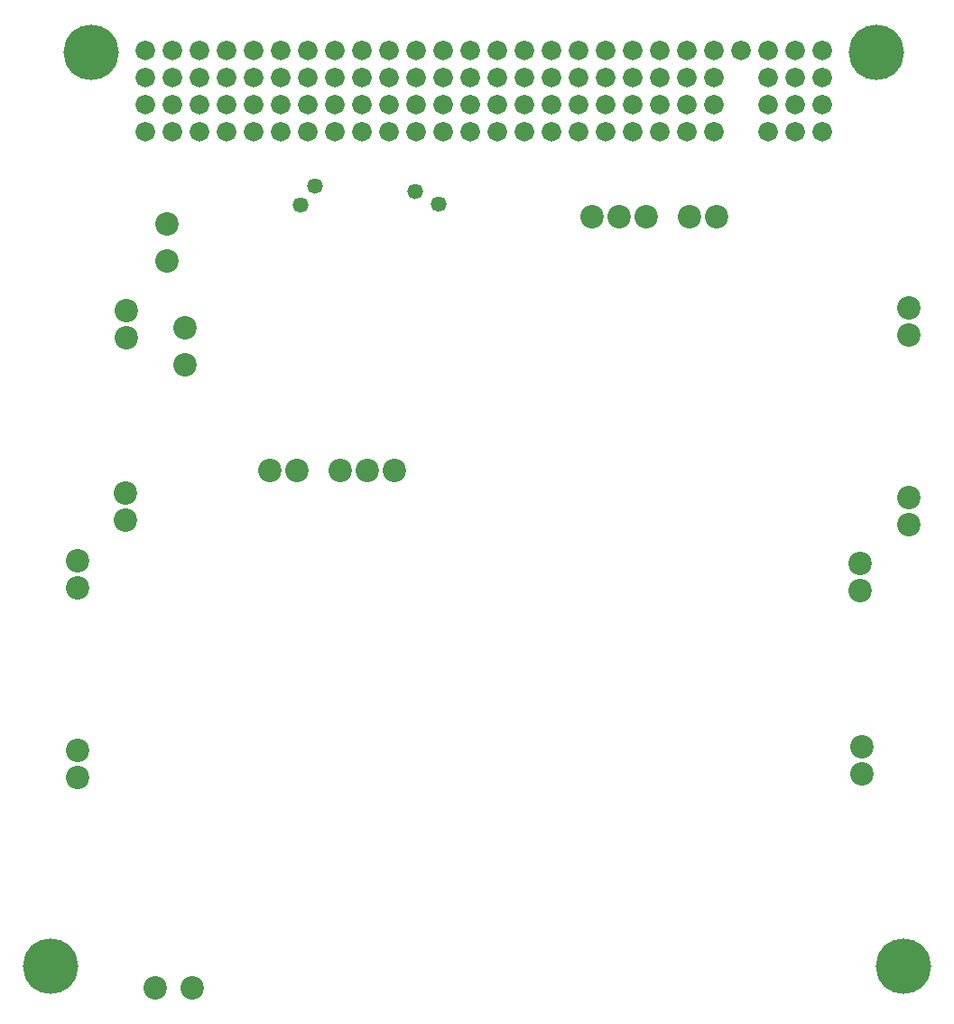
<source format=gbs>
G04 Layer_Color=16711935*
%FSLAX42Y42*%
%MOMM*%
G71*
G01*
G75*
%ADD25C,2.20*%
%ADD26C,1.83*%
%ADD27C,1.47*%
%ADD28C,5.20*%
D25*
X5436Y7572D02*
D03*
X5690D02*
D03*
X5944D02*
D03*
X6350D02*
D03*
X8407Y6721D02*
D03*
Y6467D02*
D03*
Y4943D02*
D03*
Y4689D02*
D03*
X1067Y6441D02*
D03*
X1054Y4727D02*
D03*
Y4981D02*
D03*
X1067Y6695D02*
D03*
X6604Y7572D02*
D03*
X1446Y7507D02*
D03*
Y7157D02*
D03*
X3581Y5199D02*
D03*
X3327D02*
D03*
X3073D02*
D03*
X2667D02*
D03*
X610Y4348D02*
D03*
Y4094D02*
D03*
Y2570D02*
D03*
Y2316D02*
D03*
X7950Y4069D02*
D03*
X7963Y2355D02*
D03*
Y2609D02*
D03*
X7950Y4323D02*
D03*
X2413Y5199D02*
D03*
X1615Y6537D02*
D03*
Y6187D02*
D03*
X1334Y345D02*
D03*
X1684D02*
D03*
D26*
X6830Y9136D02*
D03*
X1750Y8374D02*
D03*
Y8628D02*
D03*
Y8882D02*
D03*
Y9136D02*
D03*
X3782Y8374D02*
D03*
Y8628D02*
D03*
X7592Y8882D02*
D03*
Y9136D02*
D03*
Y8374D02*
D03*
Y8628D02*
D03*
X7338Y8882D02*
D03*
Y9136D02*
D03*
Y8374D02*
D03*
Y8628D02*
D03*
X7084Y8882D02*
D03*
Y9136D02*
D03*
Y8374D02*
D03*
Y8628D02*
D03*
X6576Y8882D02*
D03*
Y9136D02*
D03*
Y8374D02*
D03*
Y8628D02*
D03*
X6322Y8882D02*
D03*
Y9136D02*
D03*
Y8374D02*
D03*
Y8628D02*
D03*
X6068Y8882D02*
D03*
Y9136D02*
D03*
Y8374D02*
D03*
Y8628D02*
D03*
X5814Y8882D02*
D03*
Y9136D02*
D03*
Y8374D02*
D03*
Y8628D02*
D03*
X5560Y8882D02*
D03*
Y9136D02*
D03*
Y8374D02*
D03*
Y8628D02*
D03*
X5306Y8882D02*
D03*
Y9136D02*
D03*
Y8374D02*
D03*
Y8628D02*
D03*
X5052Y8882D02*
D03*
Y9136D02*
D03*
Y8374D02*
D03*
Y8628D02*
D03*
X4798Y8882D02*
D03*
Y9136D02*
D03*
Y8374D02*
D03*
Y8628D02*
D03*
X4544Y8882D02*
D03*
Y9136D02*
D03*
Y8374D02*
D03*
Y8628D02*
D03*
X4290Y8882D02*
D03*
Y9136D02*
D03*
Y8374D02*
D03*
Y8628D02*
D03*
X4036Y8882D02*
D03*
Y9136D02*
D03*
Y8374D02*
D03*
Y8628D02*
D03*
X3782Y8882D02*
D03*
Y9136D02*
D03*
X3528Y8374D02*
D03*
Y8882D02*
D03*
Y9136D02*
D03*
X3274Y8374D02*
D03*
Y8628D02*
D03*
Y8882D02*
D03*
Y9136D02*
D03*
X3020Y8374D02*
D03*
Y8628D02*
D03*
Y8882D02*
D03*
Y9136D02*
D03*
X2766Y8374D02*
D03*
Y8628D02*
D03*
Y8882D02*
D03*
Y9136D02*
D03*
X2512Y8374D02*
D03*
Y8628D02*
D03*
Y8882D02*
D03*
Y9136D02*
D03*
X2258Y8374D02*
D03*
Y8628D02*
D03*
Y8882D02*
D03*
Y9136D02*
D03*
X2004Y8374D02*
D03*
Y8628D02*
D03*
Y8882D02*
D03*
Y9136D02*
D03*
X1496Y8374D02*
D03*
Y8628D02*
D03*
Y8882D02*
D03*
Y9136D02*
D03*
X1242Y8374D02*
D03*
Y8628D02*
D03*
Y8882D02*
D03*
Y9136D02*
D03*
X3528Y8628D02*
D03*
D27*
X3993Y7694D02*
D03*
X2697Y7686D02*
D03*
X2837Y7864D02*
D03*
X3777Y7811D02*
D03*
D28*
X353Y548D02*
D03*
X8355Y550D02*
D03*
X8103Y9118D02*
D03*
X733D02*
D03*
M02*

</source>
